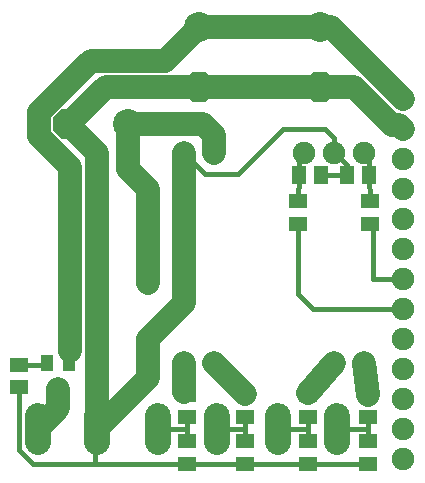
<source format=gbr>
G04 EAGLE Gerber RS-274X export*
G75*
%MOMM*%
%FSLAX34Y34*%
%LPD*%
%AMOC8*
5,1,8,0,0,1.08239X$1,22.5*%
G01*
%ADD10R,1.300000X1.500000*%
%ADD11C,2.540000*%
%ADD12P,2.749271X8X292.500000*%
%ADD13P,2.749271X8X202.500000*%
%ADD14R,1.500000X1.300000*%
%ADD15C,2.216000*%
%ADD16C,1.916000*%
%ADD17R,1.500000X1.200000*%
%ADD18R,1.000000X1.400000*%
%ADD19C,0.406400*%
%ADD20C,2.000000*%


D10*
X295300Y328930D03*
X314300Y328930D03*
X273660Y328930D03*
X254660Y328930D03*
D11*
X170180Y454660D03*
D12*
X170180Y403860D03*
D11*
X110490Y372110D03*
D13*
X59690Y372110D03*
D14*
X209550Y84480D03*
X209550Y103480D03*
X160020Y84480D03*
X160020Y103480D03*
X313690Y84480D03*
X313690Y103480D03*
X262890Y84480D03*
X262890Y103480D03*
D15*
X33500Y103220D02*
X33500Y125380D01*
X83900Y125380D02*
X83900Y103220D01*
X236700Y103220D02*
X236700Y125380D01*
X287100Y125380D02*
X287100Y103220D01*
X135100Y103220D02*
X135100Y125380D01*
X185500Y125380D02*
X185500Y103220D01*
D16*
X60980Y237490D03*
X126980Y237490D03*
D17*
X313690Y142875D03*
X313690Y123825D03*
X262890Y142875D03*
X262890Y123825D03*
X160020Y142875D03*
X160020Y123825D03*
X209550Y142875D03*
X209550Y123825D03*
D14*
X314960Y287680D03*
X314960Y306680D03*
X254000Y287680D03*
X254000Y306680D03*
D16*
X309880Y347980D03*
X284480Y347980D03*
X259080Y347980D03*
X182880Y347980D03*
X157480Y347980D03*
X157480Y170180D03*
X182880Y170180D03*
X309880Y170180D03*
X284480Y170180D03*
D11*
X273050Y454660D03*
D12*
X273050Y403860D03*
D16*
X342900Y393700D03*
X342900Y368300D03*
X342900Y342900D03*
X342900Y317500D03*
X342900Y292100D03*
X342900Y266700D03*
X342900Y241300D03*
X342900Y215900D03*
X342900Y190500D03*
X342900Y165100D03*
X342900Y139700D03*
X342900Y114300D03*
X342900Y88900D03*
D14*
X17780Y149250D03*
X17780Y168250D03*
D18*
X50800Y147750D03*
X60300Y169750D03*
X41300Y169750D03*
D19*
X309880Y347980D02*
X314300Y343560D01*
X314300Y328930D01*
X314960Y306680D01*
X259080Y347980D02*
X254660Y343560D01*
X254660Y328930D01*
X254000Y306680D01*
D20*
X182880Y347980D02*
X182880Y363220D01*
X173990Y372110D02*
X110490Y372110D01*
X173990Y372110D02*
X182880Y363220D01*
X126980Y317520D02*
X126980Y237490D01*
X110490Y334010D02*
X110490Y372110D01*
X110490Y334010D02*
X126980Y317520D01*
D19*
X209550Y114300D02*
X209550Y103480D01*
X209550Y114300D02*
X209550Y123825D01*
X209550Y114300D02*
X205740Y114300D01*
X185500Y114300D01*
X160020Y114300D02*
X160020Y103480D01*
X160020Y114300D02*
X160020Y123825D01*
X160020Y114300D02*
X135100Y114300D01*
X313690Y114300D02*
X313690Y103480D01*
X313690Y114300D02*
X313690Y123825D01*
X313690Y114300D02*
X287100Y114300D01*
X262890Y114300D02*
X262890Y103480D01*
X262890Y114300D02*
X262890Y123825D01*
X262890Y114300D02*
X236700Y114300D01*
D20*
X50800Y131600D02*
X33500Y114300D01*
X50800Y131600D02*
X50800Y147750D01*
D19*
X39800Y168250D02*
X17780Y168250D01*
X39800Y168250D02*
X41300Y169750D01*
D20*
X281940Y454660D02*
X342900Y393700D01*
X273050Y454660D02*
X170180Y454660D01*
X273050Y454660D02*
X281940Y454660D01*
X170180Y454660D02*
X141430Y425910D01*
X34940Y382362D02*
X34940Y361858D01*
X78488Y425910D02*
X141430Y425910D01*
X78488Y425910D02*
X34940Y382362D01*
D19*
X60960Y170410D02*
X60300Y169750D01*
X60300Y179680D01*
X60960Y180340D01*
D20*
X60960Y237470D01*
X60980Y237490D01*
X60980Y335818D01*
X34940Y361858D01*
D19*
X209550Y143510D02*
X209550Y142875D01*
D20*
X209550Y143510D02*
X182880Y170180D01*
D19*
X157798Y145098D02*
X160020Y142875D01*
D20*
X157798Y145098D02*
X157480Y170180D01*
D19*
X262890Y144780D02*
X262890Y142875D01*
D20*
X262890Y144780D02*
X284480Y170180D01*
X309880Y170180D02*
X313690Y142875D01*
D19*
X209550Y84480D02*
X160020Y84480D01*
X295300Y328930D02*
X295300Y337160D01*
X284480Y347980D01*
X295300Y328930D02*
X273660Y328930D01*
X262890Y84480D02*
X209550Y84480D01*
X262890Y84480D02*
X313690Y84480D01*
X284480Y347980D02*
X284480Y360680D01*
X278130Y367030D01*
X160020Y84480D02*
X127000Y84480D01*
X82550Y84480D02*
X82550Y112950D01*
X82550Y84480D02*
X127000Y84480D01*
X175260Y330200D02*
X157480Y347980D01*
X175260Y330200D02*
X203200Y330200D01*
X241300Y368300D01*
X276860Y368300D01*
X278130Y367030D01*
X82550Y84480D02*
X29820Y84480D01*
X17780Y96520D01*
X82550Y112950D02*
X83900Y114300D01*
D20*
X170180Y403860D02*
X273050Y403860D01*
X339550Y371650D02*
X342900Y368300D01*
X339550Y371650D02*
X333767Y371650D01*
X301557Y403860D01*
X273050Y403860D01*
D19*
X273050Y400050D01*
D20*
X170180Y403860D02*
X91440Y403860D01*
X59690Y372110D01*
X83900Y347900D02*
X83900Y114300D01*
X83900Y347900D02*
X59690Y372110D01*
X127000Y157400D02*
X83900Y114300D01*
X127000Y157400D02*
X127000Y190500D01*
X157480Y220980D01*
X157480Y347980D01*
D19*
X17780Y149250D02*
X17780Y96520D01*
X314960Y287680D02*
X317500Y285140D01*
X317500Y241300D01*
X342900Y241300D01*
X254000Y228600D02*
X254000Y287680D01*
X254000Y228600D02*
X266700Y215900D01*
X342900Y215900D01*
M02*

</source>
